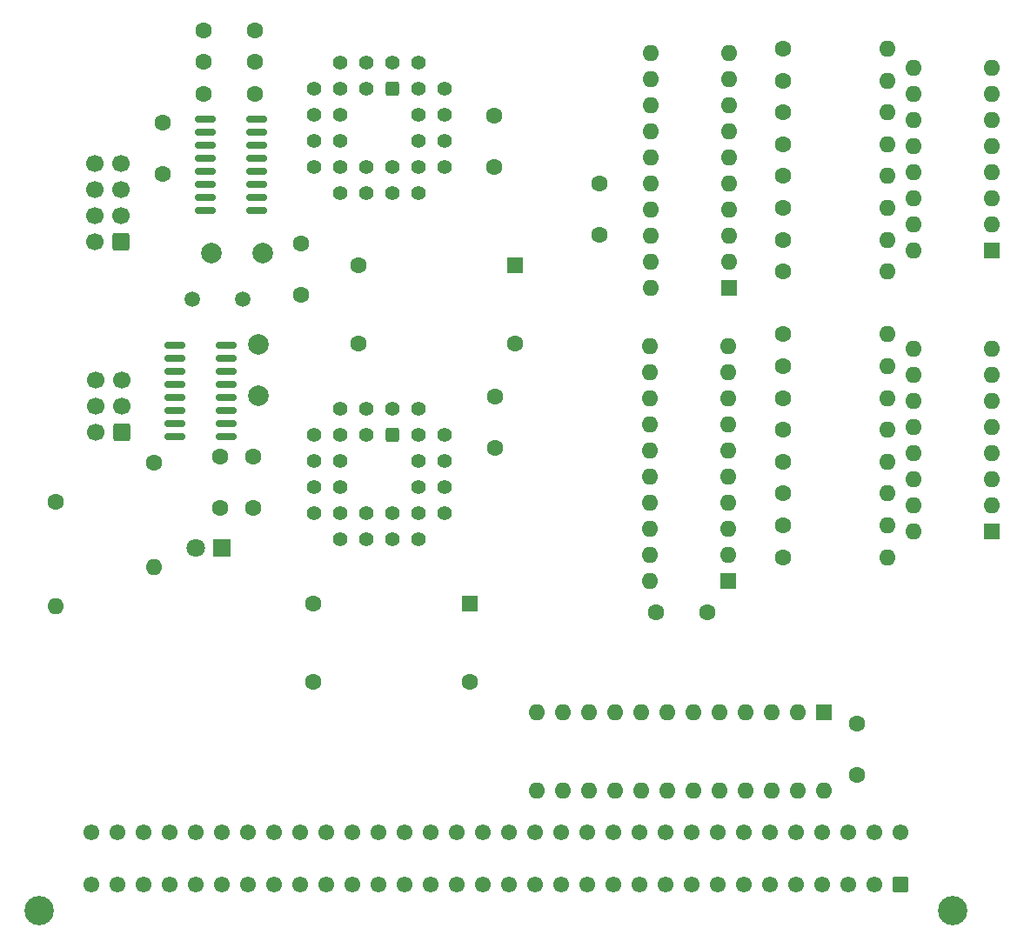
<source format=gbr>
%TF.GenerationSoftware,KiCad,Pcbnew,7.0.5*%
%TF.CreationDate,2023-11-05T11:39:25-07:00*%
%TF.ProjectId,uart_boards,75617274-5f62-46f6-9172-64732e6b6963,rev?*%
%TF.SameCoordinates,Original*%
%TF.FileFunction,Soldermask,Top*%
%TF.FilePolarity,Negative*%
%FSLAX46Y46*%
G04 Gerber Fmt 4.6, Leading zero omitted, Abs format (unit mm)*
G04 Created by KiCad (PCBNEW 7.0.5) date 2023-11-05 11:39:25*
%MOMM*%
%LPD*%
G01*
G04 APERTURE LIST*
G04 Aperture macros list*
%AMRoundRect*
0 Rectangle with rounded corners*
0 $1 Rounding radius*
0 $2 $3 $4 $5 $6 $7 $8 $9 X,Y pos of 4 corners*
0 Add a 4 corners polygon primitive as box body*
4,1,4,$2,$3,$4,$5,$6,$7,$8,$9,$2,$3,0*
0 Add four circle primitives for the rounded corners*
1,1,$1+$1,$2,$3*
1,1,$1+$1,$4,$5*
1,1,$1+$1,$6,$7*
1,1,$1+$1,$8,$9*
0 Add four rect primitives between the rounded corners*
20,1,$1+$1,$2,$3,$4,$5,0*
20,1,$1+$1,$4,$5,$6,$7,0*
20,1,$1+$1,$6,$7,$8,$9,0*
20,1,$1+$1,$8,$9,$2,$3,0*%
G04 Aperture macros list end*
%ADD10RoundRect,0.355600X-0.355600X-0.355600X0.355600X-0.355600X0.355600X0.355600X-0.355600X0.355600X0*%
%ADD11C,1.422400*%
%ADD12C,1.600000*%
%ADD13R,1.600000X1.600000*%
%ADD14O,1.600000X1.600000*%
%ADD15RoundRect,0.150000X0.850000X0.150000X-0.850000X0.150000X-0.850000X-0.150000X0.850000X-0.150000X0*%
%ADD16RoundRect,0.250000X0.600000X0.600000X-0.600000X0.600000X-0.600000X-0.600000X0.600000X-0.600000X0*%
%ADD17C,1.700000*%
%ADD18C,2.000000*%
%ADD19C,2.850000*%
%ADD20C,1.550000*%
%ADD21RoundRect,0.249999X0.525001X0.525001X-0.525001X0.525001X-0.525001X-0.525001X0.525001X-0.525001X0*%
%ADD22RoundRect,0.150000X-0.850000X-0.150000X0.850000X-0.150000X0.850000X0.150000X-0.850000X0.150000X0*%
%ADD23C,1.500000*%
%ADD24R,1.800000X1.800000*%
%ADD25C,1.800000*%
G04 APERTURE END LIST*
D10*
%TO.C,U1*%
X136120000Y-58800000D03*
D11*
X133580000Y-56260000D03*
X133580000Y-58800000D03*
X131040000Y-56260000D03*
X128500000Y-58800000D03*
X131040000Y-58800000D03*
X128500000Y-61340000D03*
X131040000Y-61340000D03*
X128500000Y-63880000D03*
X131040000Y-63880000D03*
X128500000Y-66420000D03*
X131040000Y-68960000D03*
X131040000Y-66420000D03*
X133580000Y-68960000D03*
X133580000Y-66420000D03*
X136120000Y-68960000D03*
X136120000Y-66420000D03*
X138660000Y-68960000D03*
X141200000Y-66420000D03*
X138660000Y-66420000D03*
X141200000Y-63880000D03*
X138660000Y-63880000D03*
X141200000Y-61340000D03*
X138660000Y-61340000D03*
X141200000Y-58800000D03*
X138660000Y-56260000D03*
X138660000Y-58800000D03*
X136120000Y-56260000D03*
%TD*%
D12*
%TO.C,C9*%
X146000000Y-61400000D03*
X146000000Y-66400000D03*
%TD*%
D13*
%TO.C,X2*%
X143600000Y-108900000D03*
D12*
X128360000Y-108900000D03*
X128360000Y-116520000D03*
X143600000Y-116520000D03*
%TD*%
%TO.C,R13*%
X174100000Y-92000000D03*
D14*
X184260000Y-92000000D03*
%TD*%
D12*
%TO.C,R8*%
X174120000Y-54900000D03*
D14*
X184280000Y-54900000D03*
%TD*%
D15*
%TO.C,U7*%
X119900000Y-92640000D03*
X119900000Y-91370000D03*
X119900000Y-90100000D03*
X119900000Y-88830000D03*
X119900000Y-87560000D03*
X119900000Y-86290000D03*
X119900000Y-85020000D03*
X119900000Y-83750000D03*
X114900000Y-83750000D03*
X114900000Y-85020000D03*
X114900000Y-86290000D03*
X114900000Y-87560000D03*
X114900000Y-88830000D03*
X114900000Y-90100000D03*
X114900000Y-91370000D03*
X114900000Y-92640000D03*
%TD*%
D12*
%TO.C,R14*%
X174100000Y-88900000D03*
D14*
X184260000Y-88900000D03*
%TD*%
D12*
%TO.C,C8*%
X119300000Y-94600000D03*
X119300000Y-99600000D03*
%TD*%
%TO.C,C5*%
X122500000Y-94600000D03*
X122500000Y-99600000D03*
%TD*%
%TO.C,C2*%
X117700000Y-56200000D03*
X122700000Y-56200000D03*
%TD*%
%TO.C,R4*%
X174100000Y-67300000D03*
D14*
X184260000Y-67300000D03*
%TD*%
D16*
%TO.C,J2*%
X109726928Y-92200000D03*
D17*
X107186928Y-92200000D03*
X109726928Y-89660000D03*
X107186928Y-89660000D03*
X109726928Y-87120000D03*
X107186928Y-87120000D03*
%TD*%
D12*
%TO.C,R15*%
X174100000Y-85800000D03*
D14*
X184260000Y-85800000D03*
%TD*%
D18*
%TO.C,C6*%
X123007771Y-83666325D03*
X123007771Y-88666325D03*
%TD*%
D12*
%TO.C,C1*%
X122700000Y-59300000D03*
X117700000Y-59300000D03*
%TD*%
D13*
%TO.C,SW2*%
X194380000Y-101875000D03*
D14*
X194380000Y-99335000D03*
X194380000Y-96795000D03*
X194380000Y-94255000D03*
X194380000Y-91715000D03*
X194380000Y-89175000D03*
X194380000Y-86635000D03*
X194380000Y-84095000D03*
X186760000Y-84095000D03*
X186760000Y-86635000D03*
X186760000Y-89175000D03*
X186760000Y-91715000D03*
X186760000Y-94255000D03*
X186760000Y-96795000D03*
X186760000Y-99335000D03*
X186760000Y-101875000D03*
%TD*%
D12*
%TO.C,R5*%
X174120000Y-64200000D03*
D14*
X184280000Y-64200000D03*
%TD*%
D12*
%TO.C,R10*%
X174100000Y-101300000D03*
D14*
X184260000Y-101300000D03*
%TD*%
D12*
%TO.C,R11*%
X174120000Y-98200000D03*
D14*
X184280000Y-98200000D03*
%TD*%
D12*
%TO.C,R3*%
X174100000Y-70400000D03*
D14*
X184260000Y-70400000D03*
%TD*%
D12*
%TO.C,R1*%
X174100000Y-76600000D03*
D14*
X184260000Y-76600000D03*
%TD*%
D12*
%TO.C,C10*%
X146100000Y-88800000D03*
X146100000Y-93800000D03*
%TD*%
D16*
%TO.C,J3*%
X109700000Y-73700000D03*
D17*
X107160000Y-73700000D03*
X109700000Y-71160000D03*
X107160000Y-71160000D03*
X109700000Y-68620000D03*
X107160000Y-68620000D03*
X109700000Y-66080000D03*
X107160000Y-66080000D03*
%TD*%
D12*
%TO.C,C14*%
X127200000Y-73900000D03*
X127200000Y-78900000D03*
%TD*%
D13*
%TO.C,SW1*%
X194380000Y-74580000D03*
D14*
X194380000Y-72040000D03*
X194380000Y-69500000D03*
X194380000Y-66960000D03*
X194380000Y-64420000D03*
X194380000Y-61880000D03*
X194380000Y-59340000D03*
X194380000Y-56800000D03*
X186760000Y-56800000D03*
X186760000Y-59340000D03*
X186760000Y-61880000D03*
X186760000Y-64420000D03*
X186760000Y-66960000D03*
X186760000Y-69500000D03*
X186760000Y-72040000D03*
X186760000Y-74580000D03*
%TD*%
D12*
%TO.C,R6*%
X174120000Y-61100000D03*
D14*
X184280000Y-61100000D03*
%TD*%
D13*
%TO.C,X1*%
X148000000Y-76000000D03*
D12*
X132760000Y-76000000D03*
X132760000Y-83620000D03*
X148000000Y-83620000D03*
%TD*%
D13*
%TO.C,U4*%
X178120000Y-119500000D03*
D14*
X175580000Y-119500000D03*
X173040000Y-119500000D03*
X170500000Y-119500000D03*
X167960000Y-119500000D03*
X165420000Y-119500000D03*
X162880000Y-119500000D03*
X160340000Y-119500000D03*
X157800000Y-119500000D03*
X155260000Y-119500000D03*
X152720000Y-119500000D03*
X150180000Y-119500000D03*
X150180000Y-127120000D03*
X152720000Y-127120000D03*
X155260000Y-127120000D03*
X157800000Y-127120000D03*
X160340000Y-127120000D03*
X162880000Y-127120000D03*
X165420000Y-127120000D03*
X167960000Y-127120000D03*
X170500000Y-127120000D03*
X173040000Y-127120000D03*
X175580000Y-127120000D03*
X178120000Y-127120000D03*
%TD*%
D18*
%TO.C,C7*%
X118500000Y-74800000D03*
X123500000Y-74800000D03*
%TD*%
D12*
%TO.C,C3*%
X122700000Y-53100000D03*
X117700000Y-53100000D03*
%TD*%
%TO.C,C12*%
X161700000Y-109800000D03*
X166700000Y-109800000D03*
%TD*%
%TO.C,R2*%
X174100000Y-73500000D03*
D14*
X184260000Y-73500000D03*
%TD*%
D13*
%TO.C,U6*%
X168800000Y-106680000D03*
D14*
X168800000Y-104140000D03*
X168800000Y-101600000D03*
X168800000Y-99060000D03*
X168800000Y-96520000D03*
X168800000Y-93980000D03*
X168800000Y-91440000D03*
X168800000Y-88900000D03*
X168800000Y-86360000D03*
X168800000Y-83820000D03*
X161180000Y-83820000D03*
X161180000Y-86360000D03*
X161180000Y-88900000D03*
X161180000Y-91440000D03*
X161180000Y-93980000D03*
X161180000Y-96520000D03*
X161180000Y-99060000D03*
X161180000Y-101600000D03*
X161180000Y-104140000D03*
X161180000Y-106680000D03*
%TD*%
D12*
%TO.C,C4*%
X113700000Y-62100000D03*
X113700000Y-67100000D03*
%TD*%
%TO.C,R9*%
X174100000Y-104400000D03*
D14*
X184260000Y-104400000D03*
%TD*%
D12*
%TO.C,C13*%
X156200000Y-73000000D03*
X156200000Y-68000000D03*
%TD*%
D19*
%TO.C,J1*%
X190600000Y-138820000D03*
X101700000Y-138820000D03*
D20*
X185520000Y-131200000D03*
X182980000Y-131200000D03*
X180440000Y-131200000D03*
X177900000Y-131200000D03*
X175360000Y-131200000D03*
X172820000Y-131200000D03*
X170280000Y-131200000D03*
X167740000Y-131200000D03*
X165200000Y-131200000D03*
X162660000Y-131200000D03*
X160120000Y-131200000D03*
X157580000Y-131200000D03*
X155040000Y-131200000D03*
X152500000Y-131200000D03*
X149960000Y-131200000D03*
X147420000Y-131200000D03*
X144880000Y-131200000D03*
X142340000Y-131200000D03*
X139800000Y-131200000D03*
X137260000Y-131200000D03*
X134720000Y-131200000D03*
X132180000Y-131200000D03*
X129640000Y-131200000D03*
X127100000Y-131200000D03*
X124560000Y-131200000D03*
X122020000Y-131200000D03*
X119480000Y-131200000D03*
X116940000Y-131200000D03*
X114400000Y-131200000D03*
X111860000Y-131200000D03*
X109320000Y-131200000D03*
X106780000Y-131200000D03*
X106780000Y-136280000D03*
X109320000Y-136280000D03*
X111860000Y-136280000D03*
X114400000Y-136280000D03*
X116940000Y-136280000D03*
X119480000Y-136280000D03*
X122020000Y-136280000D03*
X124560000Y-136280000D03*
X127100000Y-136280000D03*
X129640000Y-136280000D03*
X132180000Y-136280000D03*
X134720000Y-136280000D03*
X137260000Y-136280000D03*
X139800000Y-136280000D03*
X142340000Y-136280000D03*
X144880000Y-136280000D03*
X147420000Y-136280000D03*
X149960000Y-136280000D03*
X152500000Y-136280000D03*
X155040000Y-136280000D03*
X157580000Y-136280000D03*
X160120000Y-136280000D03*
X162660000Y-136280000D03*
X165200000Y-136280000D03*
X167740000Y-136280000D03*
X170280000Y-136280000D03*
X172820000Y-136280000D03*
X175360000Y-136280000D03*
X177900000Y-136280000D03*
X180440000Y-136280000D03*
X182980000Y-136280000D03*
D21*
X185520000Y-136280000D03*
%TD*%
D12*
%TO.C,R12*%
X174100000Y-95100000D03*
D14*
X184260000Y-95100000D03*
%TD*%
D22*
%TO.C,U3*%
X117900000Y-61790000D03*
X117900000Y-63060000D03*
X117900000Y-64330000D03*
X117900000Y-65600000D03*
X117900000Y-66870000D03*
X117900000Y-68140000D03*
X117900000Y-69410000D03*
X117900000Y-70680000D03*
X122900000Y-70680000D03*
X122900000Y-69410000D03*
X122900000Y-68140000D03*
X122900000Y-66870000D03*
X122900000Y-65600000D03*
X122900000Y-64330000D03*
X122900000Y-63060000D03*
X122900000Y-61790000D03*
%TD*%
D13*
%TO.C,U5*%
X168820000Y-78180000D03*
D14*
X168820000Y-75640000D03*
X168820000Y-73100000D03*
X168820000Y-70560000D03*
X168820000Y-68020000D03*
X168820000Y-65480000D03*
X168820000Y-62940000D03*
X168820000Y-60400000D03*
X168820000Y-57860000D03*
X168820000Y-55320000D03*
X161200000Y-55320000D03*
X161200000Y-57860000D03*
X161200000Y-60400000D03*
X161200000Y-62940000D03*
X161200000Y-65480000D03*
X161200000Y-68020000D03*
X161200000Y-70560000D03*
X161200000Y-73100000D03*
X161200000Y-75640000D03*
X161200000Y-78180000D03*
%TD*%
D12*
%TO.C,R18*%
X103300000Y-99000000D03*
D14*
X103300000Y-109160000D03*
%TD*%
D10*
%TO.C,U2*%
X136070000Y-92490000D03*
D11*
X133530000Y-89950000D03*
X133530000Y-92490000D03*
X130990000Y-89950000D03*
X128450000Y-92490000D03*
X130990000Y-92490000D03*
X128450000Y-95030000D03*
X130990000Y-95030000D03*
X128450000Y-97570000D03*
X130990000Y-97570000D03*
X128450000Y-100110000D03*
X130990000Y-102650000D03*
X130990000Y-100110000D03*
X133530000Y-102650000D03*
X133530000Y-100110000D03*
X136070000Y-102650000D03*
X136070000Y-100110000D03*
X138610000Y-102650000D03*
X141150000Y-100110000D03*
X138610000Y-100110000D03*
X141150000Y-97570000D03*
X138610000Y-97570000D03*
X141150000Y-95030000D03*
X138610000Y-95030000D03*
X141150000Y-92490000D03*
X138610000Y-89950000D03*
X138610000Y-92490000D03*
X136070000Y-89950000D03*
%TD*%
D12*
%TO.C,R7*%
X174120000Y-58000000D03*
D14*
X184280000Y-58000000D03*
%TD*%
D23*
%TO.C,Y1*%
X121500000Y-79300000D03*
X116600000Y-79300000D03*
%TD*%
D12*
%TO.C,R16*%
X174100000Y-82700000D03*
D14*
X184260000Y-82700000D03*
%TD*%
D12*
%TO.C,R17*%
X112900000Y-95200000D03*
D14*
X112900000Y-105360000D03*
%TD*%
D24*
%TO.C,D1*%
X119500000Y-103500000D03*
D25*
X116960000Y-103500000D03*
%TD*%
D12*
%TO.C,C11*%
X181260000Y-125600000D03*
X181260000Y-120600000D03*
%TD*%
M02*

</source>
